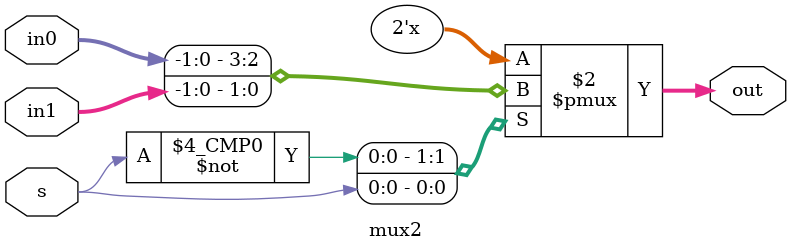
<source format=v>
module mux2 #(
    parameter width = 0
)
(
    input       [width-1:0] in0,
    input       [width-1:0] in1,
    input                   s,
    output reg  [width-1:0] out
);
    always @* begin
        case(s)
            0: out <= in0;
            1: out <= in1;
        endcase
    end
endmodule

</source>
